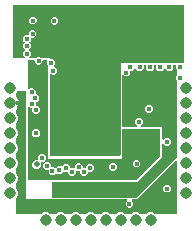
<source format=gbr>
G04 EAGLE Gerber RS-274X export*
G75*
%MOMM*%
%FSLAX34Y34*%
%LPD*%
%INCopper Layer 15*%
%IPPOS*%
%AMOC8*
5,1,8,0,0,1.08239X$1,22.5*%
G01*
%ADD10C,0.975000*%
%ADD11C,0.403200*%
%ADD12C,0.503200*%
%ADD13C,0.453200*%

G36*
X92425Y52283D02*
X92425Y52283D01*
X92516Y52290D01*
X92545Y52303D01*
X92577Y52308D01*
X92658Y52351D01*
X92742Y52386D01*
X92774Y52412D01*
X92795Y52423D01*
X92817Y52446D01*
X92873Y52491D01*
X93215Y52833D01*
X93268Y52907D01*
X93327Y52977D01*
X93340Y53007D01*
X93358Y53033D01*
X93385Y53120D01*
X93419Y53205D01*
X93424Y53246D01*
X93431Y53268D01*
X93430Y53300D01*
X93438Y53371D01*
X93438Y131373D01*
X146837Y131373D01*
X146856Y131376D01*
X146876Y131374D01*
X146977Y131396D01*
X147079Y131413D01*
X147097Y131422D01*
X147116Y131427D01*
X147205Y131480D01*
X147297Y131528D01*
X147310Y131542D01*
X147327Y131553D01*
X147395Y131631D01*
X147466Y131706D01*
X147474Y131724D01*
X147487Y131740D01*
X147526Y131836D01*
X147570Y131929D01*
X147572Y131949D01*
X147579Y131968D01*
X147598Y132134D01*
X147598Y179524D01*
X147595Y179543D01*
X147597Y179563D01*
X147575Y179664D01*
X147558Y179766D01*
X147549Y179784D01*
X147545Y179804D01*
X147491Y179893D01*
X147443Y179984D01*
X147429Y179998D01*
X147418Y180015D01*
X147340Y180082D01*
X147265Y180153D01*
X147247Y180162D01*
X147231Y180175D01*
X147135Y180213D01*
X147042Y180257D01*
X147022Y180259D01*
X147003Y180267D01*
X146837Y180285D01*
X2835Y180285D01*
X2815Y180282D01*
X2795Y180284D01*
X2694Y180262D01*
X2592Y180245D01*
X2574Y180236D01*
X2555Y180232D01*
X2466Y180178D01*
X2374Y180130D01*
X2361Y180116D01*
X2344Y180106D01*
X2276Y180027D01*
X2205Y179952D01*
X2197Y179934D01*
X2184Y179919D01*
X2145Y179822D01*
X2101Y179729D01*
X2099Y179709D01*
X2092Y179690D01*
X2073Y179524D01*
X2073Y135901D01*
X2076Y135881D01*
X2074Y135862D01*
X2096Y135760D01*
X2113Y135658D01*
X2122Y135641D01*
X2127Y135621D01*
X2180Y135532D01*
X2228Y135441D01*
X2243Y135427D01*
X2253Y135410D01*
X2331Y135343D01*
X2406Y135272D01*
X2424Y135263D01*
X2440Y135250D01*
X2536Y135211D01*
X2630Y135168D01*
X2649Y135166D01*
X2668Y135158D01*
X2835Y135140D01*
X11447Y135140D01*
X11518Y135151D01*
X11590Y135153D01*
X11639Y135171D01*
X11690Y135180D01*
X11754Y135213D01*
X11821Y135238D01*
X11862Y135270D01*
X11908Y135295D01*
X11957Y135347D01*
X12013Y135391D01*
X12041Y135435D01*
X12077Y135473D01*
X12107Y135538D01*
X12146Y135598D01*
X12159Y135649D01*
X12181Y135696D01*
X12188Y135767D01*
X12206Y135837D01*
X12202Y135889D01*
X12208Y135941D01*
X12192Y136011D01*
X12187Y136082D01*
X12166Y136130D01*
X12155Y136181D01*
X12119Y136243D01*
X12091Y136308D01*
X12046Y136364D01*
X12029Y136392D01*
X12011Y136407D01*
X11986Y136439D01*
X10787Y137638D01*
X10787Y140360D01*
X12283Y141856D01*
X12295Y141872D01*
X12310Y141885D01*
X12366Y141972D01*
X12427Y142056D01*
X12433Y142075D01*
X12443Y142092D01*
X12469Y142192D01*
X12499Y142291D01*
X12499Y142311D01*
X12503Y142330D01*
X12495Y142433D01*
X12493Y142537D01*
X12486Y142556D01*
X12484Y142575D01*
X12444Y142670D01*
X12408Y142768D01*
X12396Y142783D01*
X12388Y142802D01*
X12283Y142933D01*
X10913Y144303D01*
X10913Y147026D01*
X11979Y148092D01*
X11990Y148108D01*
X12006Y148121D01*
X12062Y148208D01*
X12122Y148292D01*
X12128Y148311D01*
X12139Y148328D01*
X12164Y148428D01*
X12195Y148527D01*
X12194Y148547D01*
X12199Y148566D01*
X12191Y148669D01*
X12188Y148773D01*
X12182Y148792D01*
X12180Y148812D01*
X12140Y148906D01*
X12104Y149004D01*
X12091Y149020D01*
X12084Y149038D01*
X11979Y149169D01*
X10977Y150170D01*
X10977Y152893D01*
X12903Y154818D01*
X14952Y154818D01*
X14972Y154822D01*
X14991Y154819D01*
X15093Y154841D01*
X15195Y154858D01*
X15212Y154867D01*
X15232Y154872D01*
X15321Y154925D01*
X15412Y154973D01*
X15426Y154988D01*
X15443Y154998D01*
X15510Y155077D01*
X15582Y155152D01*
X15590Y155170D01*
X15603Y155185D01*
X15642Y155281D01*
X15685Y155375D01*
X15687Y155394D01*
X15695Y155413D01*
X15713Y155580D01*
X15713Y157361D01*
X17639Y159287D01*
X20361Y159287D01*
X22287Y157361D01*
X22287Y154639D01*
X20361Y152713D01*
X18312Y152713D01*
X18292Y152710D01*
X18273Y152712D01*
X18171Y152690D01*
X18069Y152674D01*
X18052Y152664D01*
X18032Y152660D01*
X17943Y152607D01*
X17852Y152558D01*
X17838Y152544D01*
X17821Y152534D01*
X17754Y152455D01*
X17683Y152380D01*
X17674Y152362D01*
X17661Y152347D01*
X17622Y152251D01*
X17579Y152157D01*
X17577Y152137D01*
X17569Y152119D01*
X17551Y151952D01*
X17551Y150170D01*
X16485Y149104D01*
X16473Y149088D01*
X16457Y149075D01*
X16401Y148988D01*
X16341Y148904D01*
X16335Y148885D01*
X16324Y148869D01*
X16299Y148768D01*
X16269Y148669D01*
X16269Y148649D01*
X16264Y148630D01*
X16272Y148527D01*
X16275Y148423D01*
X16282Y148405D01*
X16283Y148385D01*
X16324Y148290D01*
X16359Y148192D01*
X16372Y148177D01*
X16380Y148158D01*
X16485Y148027D01*
X17486Y147026D01*
X17486Y144303D01*
X15990Y142808D01*
X15979Y142791D01*
X15963Y142779D01*
X15907Y142692D01*
X15847Y142608D01*
X15841Y142589D01*
X15830Y142572D01*
X15805Y142472D01*
X15774Y142373D01*
X15775Y142353D01*
X15770Y142333D01*
X15778Y142230D01*
X15781Y142127D01*
X15788Y142108D01*
X15789Y142088D01*
X15830Y141993D01*
X15865Y141896D01*
X15878Y141880D01*
X15886Y141862D01*
X15990Y141731D01*
X17361Y140360D01*
X17361Y137638D01*
X16163Y136439D01*
X16121Y136381D01*
X16072Y136329D01*
X16050Y136282D01*
X16019Y136240D01*
X15998Y136171D01*
X15968Y136106D01*
X15962Y136054D01*
X15947Y136005D01*
X15949Y135933D01*
X15941Y135862D01*
X15952Y135811D01*
X15953Y135759D01*
X15978Y135691D01*
X15993Y135621D01*
X16020Y135577D01*
X16038Y135528D01*
X16083Y135472D01*
X16119Y135410D01*
X16159Y135376D01*
X16191Y135336D01*
X16252Y135297D01*
X16306Y135250D01*
X16354Y135231D01*
X16398Y135203D01*
X16468Y135185D01*
X16534Y135158D01*
X16606Y135150D01*
X16637Y135143D01*
X16660Y135144D01*
X16701Y135140D01*
X21176Y135140D01*
X21266Y135155D01*
X21357Y135162D01*
X21387Y135174D01*
X21419Y135180D01*
X21500Y135222D01*
X21584Y135258D01*
X21616Y135284D01*
X21636Y135295D01*
X21659Y135318D01*
X21715Y135363D01*
X22639Y136287D01*
X25361Y136287D01*
X26285Y135363D01*
X26359Y135310D01*
X26429Y135250D01*
X26459Y135238D01*
X26485Y135219D01*
X26572Y135192D01*
X26657Y135158D01*
X26698Y135154D01*
X26720Y135147D01*
X26752Y135148D01*
X26824Y135140D01*
X33765Y135140D01*
X33765Y135048D01*
X33768Y135028D01*
X33766Y135009D01*
X33788Y134907D01*
X33805Y134805D01*
X33814Y134788D01*
X33818Y134768D01*
X33871Y134679D01*
X33920Y134588D01*
X33934Y134574D01*
X33944Y134557D01*
X34023Y134490D01*
X34098Y134418D01*
X34116Y134410D01*
X34131Y134397D01*
X34227Y134358D01*
X34321Y134315D01*
X34341Y134313D01*
X34359Y134305D01*
X34526Y134287D01*
X35861Y134287D01*
X37787Y132361D01*
X37787Y129639D01*
X37377Y129229D01*
X37335Y129171D01*
X37286Y129119D01*
X37264Y129071D01*
X37234Y129029D01*
X37212Y128961D01*
X37182Y128896D01*
X37176Y128844D01*
X37161Y128794D01*
X37163Y128722D01*
X37155Y128651D01*
X37166Y128600D01*
X37168Y128548D01*
X37192Y128481D01*
X37207Y128411D01*
X37234Y128366D01*
X37252Y128317D01*
X37297Y128261D01*
X37334Y128200D01*
X37373Y128166D01*
X37406Y128125D01*
X37466Y128086D01*
X37520Y128040D01*
X37569Y128020D01*
X37613Y127992D01*
X37682Y127975D01*
X37749Y127948D01*
X37820Y127940D01*
X37851Y127932D01*
X37874Y127934D01*
X37915Y127929D01*
X37936Y127929D01*
X39861Y126004D01*
X39861Y123281D01*
X37936Y121356D01*
X35213Y121356D01*
X35064Y121504D01*
X35006Y121546D01*
X34954Y121596D01*
X34907Y121618D01*
X34865Y121648D01*
X34796Y121669D01*
X34731Y121699D01*
X34679Y121705D01*
X34630Y121720D01*
X34558Y121719D01*
X34487Y121726D01*
X34436Y121715D01*
X34384Y121714D01*
X34316Y121689D01*
X34246Y121674D01*
X34202Y121647D01*
X34153Y121630D01*
X34097Y121585D01*
X34035Y121548D01*
X34001Y121508D01*
X33961Y121476D01*
X33922Y121416D01*
X33875Y121361D01*
X33856Y121313D01*
X33828Y121269D01*
X33810Y121200D01*
X33783Y121133D01*
X33775Y121062D01*
X33768Y121030D01*
X33769Y121007D01*
X33765Y120966D01*
X33765Y53030D01*
X33768Y53010D01*
X33766Y52990D01*
X33788Y52889D01*
X33805Y52787D01*
X33814Y52769D01*
X33818Y52750D01*
X33871Y52661D01*
X33920Y52569D01*
X33934Y52556D01*
X33944Y52539D01*
X34023Y52471D01*
X34098Y52400D01*
X34116Y52392D01*
X34131Y52379D01*
X34227Y52340D01*
X34321Y52296D01*
X34341Y52294D01*
X34359Y52287D01*
X34526Y52268D01*
X92335Y52268D01*
X92425Y52283D01*
G37*
G36*
X105834Y32037D02*
X105834Y32037D01*
X105924Y32044D01*
X105954Y32057D01*
X105986Y32062D01*
X106067Y32105D01*
X106151Y32140D01*
X106183Y32166D01*
X106204Y32177D01*
X106226Y32200D01*
X106282Y32245D01*
X126716Y52679D01*
X126769Y52753D01*
X126828Y52823D01*
X126841Y52853D01*
X126859Y52879D01*
X126886Y52966D01*
X126920Y53051D01*
X126925Y53092D01*
X126932Y53114D01*
X126931Y53146D01*
X126939Y53217D01*
X126939Y74936D01*
X126936Y74956D01*
X126938Y74976D01*
X126916Y75077D01*
X126899Y75179D01*
X126890Y75197D01*
X126886Y75216D01*
X126832Y75305D01*
X126784Y75397D01*
X126770Y75410D01*
X126759Y75427D01*
X126681Y75495D01*
X126606Y75566D01*
X126588Y75574D01*
X126572Y75587D01*
X126476Y75626D01*
X126383Y75670D01*
X126363Y75672D01*
X126344Y75679D01*
X126178Y75698D01*
X95583Y75698D01*
X95563Y75695D01*
X95543Y75697D01*
X95442Y75675D01*
X95340Y75658D01*
X95322Y75649D01*
X95303Y75644D01*
X95214Y75591D01*
X95123Y75543D01*
X95109Y75528D01*
X95092Y75518D01*
X95024Y75440D01*
X94953Y75365D01*
X94945Y75347D01*
X94932Y75331D01*
X94893Y75235D01*
X94850Y75141D01*
X94847Y75122D01*
X94840Y75103D01*
X94821Y74936D01*
X94821Y50275D01*
X31859Y50275D01*
X31859Y128678D01*
X31844Y128768D01*
X31837Y128859D01*
X31824Y128889D01*
X31819Y128920D01*
X31776Y129001D01*
X31741Y129085D01*
X31715Y129117D01*
X31704Y129138D01*
X31681Y129160D01*
X31659Y129187D01*
X31656Y129192D01*
X31653Y129194D01*
X31636Y129216D01*
X31213Y129639D01*
X31213Y132469D01*
X31240Y132527D01*
X31246Y132579D01*
X31261Y132628D01*
X31260Y132700D01*
X31267Y132771D01*
X31256Y132822D01*
X31255Y132874D01*
X31230Y132942D01*
X31215Y133012D01*
X31189Y133056D01*
X31171Y133105D01*
X31126Y133161D01*
X31089Y133223D01*
X31049Y133257D01*
X31017Y133297D01*
X30957Y133336D01*
X30902Y133383D01*
X30854Y133402D01*
X30810Y133430D01*
X30741Y133448D01*
X30674Y133475D01*
X30603Y133483D01*
X30571Y133490D01*
X30548Y133489D01*
X30507Y133493D01*
X28048Y133493D01*
X28028Y133490D01*
X28009Y133492D01*
X27907Y133470D01*
X27805Y133453D01*
X27788Y133444D01*
X27768Y133440D01*
X27679Y133387D01*
X27588Y133338D01*
X27574Y133324D01*
X27557Y133314D01*
X27490Y133235D01*
X27418Y133160D01*
X27410Y133142D01*
X27397Y133127D01*
X27358Y133031D01*
X27315Y132937D01*
X27313Y132917D01*
X27305Y132899D01*
X27287Y132732D01*
X27287Y131639D01*
X25361Y129713D01*
X22639Y129713D01*
X20713Y131639D01*
X20713Y132732D01*
X20710Y132752D01*
X20712Y132771D01*
X20690Y132873D01*
X20674Y132975D01*
X20664Y132992D01*
X20660Y133012D01*
X20607Y133101D01*
X20558Y133192D01*
X20544Y133206D01*
X20534Y133223D01*
X20455Y133290D01*
X20380Y133361D01*
X20362Y133370D01*
X20347Y133383D01*
X20251Y133422D01*
X20157Y133465D01*
X20137Y133467D01*
X20119Y133475D01*
X19952Y133493D01*
X15906Y133493D01*
X15886Y133490D01*
X15866Y133492D01*
X15765Y133470D01*
X15663Y133453D01*
X15646Y133444D01*
X15626Y133440D01*
X15537Y133387D01*
X15446Y133338D01*
X15432Y133324D01*
X15415Y133314D01*
X15348Y133235D01*
X15276Y133160D01*
X15268Y133142D01*
X15255Y133127D01*
X15216Y133031D01*
X15173Y132937D01*
X15171Y132917D01*
X15163Y132899D01*
X15145Y132732D01*
X15145Y109850D01*
X15156Y109779D01*
X15158Y109708D01*
X15176Y109659D01*
X15184Y109607D01*
X15218Y109544D01*
X15243Y109477D01*
X15275Y109436D01*
X15299Y109390D01*
X15351Y109340D01*
X15396Y109284D01*
X15440Y109256D01*
X15478Y109220D01*
X15543Y109190D01*
X15603Y109151D01*
X15654Y109139D01*
X15701Y109117D01*
X15772Y109109D01*
X15842Y109091D01*
X15894Y109095D01*
X15945Y109090D01*
X16015Y109105D01*
X16087Y109111D01*
X16135Y109131D01*
X16186Y109142D01*
X16247Y109179D01*
X16313Y109207D01*
X16369Y109252D01*
X16397Y109268D01*
X16412Y109286D01*
X16444Y109312D01*
X16949Y109817D01*
X19672Y109817D01*
X21598Y107892D01*
X21598Y105533D01*
X21601Y105513D01*
X21599Y105493D01*
X21621Y105392D01*
X21637Y105290D01*
X21647Y105272D01*
X21651Y105253D01*
X21704Y105164D01*
X21752Y105073D01*
X21767Y105059D01*
X21777Y105042D01*
X21856Y104974D01*
X21931Y104903D01*
X21949Y104895D01*
X21964Y104882D01*
X22060Y104843D01*
X22154Y104800D01*
X22174Y104797D01*
X22192Y104790D01*
X22359Y104771D01*
X22809Y104771D01*
X24734Y102846D01*
X24734Y100123D01*
X22809Y98198D01*
X22496Y98198D01*
X22476Y98195D01*
X22456Y98197D01*
X22355Y98175D01*
X22253Y98158D01*
X22235Y98149D01*
X22216Y98145D01*
X22127Y98091D01*
X22035Y98043D01*
X22022Y98029D01*
X22005Y98019D01*
X21937Y97940D01*
X21866Y97865D01*
X21858Y97847D01*
X21845Y97832D01*
X21806Y97735D01*
X21762Y97642D01*
X21760Y97622D01*
X21753Y97603D01*
X21734Y97437D01*
X21734Y95533D01*
X21738Y95513D01*
X21735Y95493D01*
X21757Y95392D01*
X21774Y95290D01*
X21783Y95272D01*
X21788Y95253D01*
X21841Y95164D01*
X21889Y95073D01*
X21904Y95059D01*
X21914Y95042D01*
X21993Y94974D01*
X22068Y94903D01*
X22086Y94895D01*
X22101Y94882D01*
X22197Y94843D01*
X22291Y94800D01*
X22310Y94797D01*
X22329Y94790D01*
X22496Y94771D01*
X23178Y94771D01*
X25103Y92846D01*
X25103Y90123D01*
X23178Y88198D01*
X20455Y88198D01*
X18530Y90123D01*
X18530Y92437D01*
X18526Y92456D01*
X18529Y92476D01*
X18507Y92577D01*
X18490Y92679D01*
X18481Y92697D01*
X18476Y92717D01*
X18423Y92806D01*
X18375Y92897D01*
X18360Y92911D01*
X18350Y92928D01*
X18271Y92995D01*
X18196Y93066D01*
X18178Y93075D01*
X18163Y93088D01*
X18067Y93126D01*
X17973Y93170D01*
X17954Y93172D01*
X17935Y93180D01*
X17768Y93198D01*
X17086Y93198D01*
X16444Y93840D01*
X16386Y93882D01*
X16334Y93931D01*
X16287Y93953D01*
X16244Y93984D01*
X16176Y94005D01*
X16111Y94035D01*
X16059Y94041D01*
X16009Y94056D01*
X15938Y94054D01*
X15866Y94062D01*
X15816Y94051D01*
X15763Y94050D01*
X15696Y94025D01*
X15626Y94010D01*
X15581Y93983D01*
X15532Y93965D01*
X15476Y93920D01*
X15415Y93884D01*
X15381Y93844D01*
X15340Y93811D01*
X15302Y93751D01*
X15255Y93697D01*
X15236Y93648D01*
X15207Y93604D01*
X15190Y93535D01*
X15163Y93468D01*
X15155Y93397D01*
X15147Y93366D01*
X15149Y93343D01*
X15145Y93302D01*
X15145Y32783D01*
X15148Y32764D01*
X15146Y32744D01*
X15168Y32643D01*
X15184Y32541D01*
X15194Y32523D01*
X15198Y32504D01*
X15251Y32415D01*
X15299Y32323D01*
X15314Y32310D01*
X15324Y32292D01*
X15403Y32225D01*
X15478Y32154D01*
X15496Y32146D01*
X15511Y32133D01*
X15607Y32094D01*
X15701Y32050D01*
X15721Y32048D01*
X15739Y32041D01*
X15906Y32022D01*
X105743Y32022D01*
X105834Y32037D01*
G37*
G36*
X106873Y17202D02*
X106873Y17202D01*
X106964Y17209D01*
X106994Y17221D01*
X107026Y17227D01*
X107107Y17269D01*
X107191Y17305D01*
X107223Y17331D01*
X107243Y17342D01*
X107266Y17365D01*
X107321Y17410D01*
X140940Y51028D01*
X140993Y51102D01*
X141052Y51172D01*
X141065Y51202D01*
X141083Y51228D01*
X141110Y51315D01*
X141144Y51400D01*
X141149Y51441D01*
X141156Y51463D01*
X141155Y51495D01*
X141163Y51566D01*
X141163Y116279D01*
X141148Y116369D01*
X141141Y116460D01*
X141128Y116490D01*
X141123Y116522D01*
X141080Y116603D01*
X141045Y116687D01*
X141019Y116719D01*
X141008Y116739D01*
X140985Y116761D01*
X140940Y116818D01*
X140590Y117168D01*
X140590Y119890D01*
X140940Y120240D01*
X140993Y120314D01*
X141052Y120384D01*
X141065Y120414D01*
X141083Y120440D01*
X141110Y120527D01*
X141144Y120612D01*
X141149Y120653D01*
X141156Y120675D01*
X141155Y120707D01*
X141163Y120779D01*
X141163Y125279D01*
X141156Y125320D01*
X141157Y125324D01*
X141152Y125344D01*
X141148Y125369D01*
X141141Y125460D01*
X141128Y125490D01*
X141123Y125522D01*
X141107Y125553D01*
X141104Y125564D01*
X141078Y125608D01*
X141045Y125687D01*
X141019Y125719D01*
X141008Y125739D01*
X140989Y125758D01*
X140978Y125775D01*
X140964Y125788D01*
X140940Y125818D01*
X140590Y126168D01*
X140590Y128832D01*
X140587Y128852D01*
X140589Y128872D01*
X140567Y128973D01*
X140550Y129075D01*
X140541Y129093D01*
X140537Y129112D01*
X140483Y129201D01*
X140435Y129293D01*
X140421Y129306D01*
X140410Y129323D01*
X140332Y129391D01*
X140257Y129462D01*
X140239Y129470D01*
X140223Y129483D01*
X140127Y129522D01*
X140034Y129566D01*
X140014Y129568D01*
X139995Y129575D01*
X139829Y129594D01*
X138925Y129594D01*
X138905Y129591D01*
X138885Y129593D01*
X138784Y129571D01*
X138682Y129554D01*
X138664Y129545D01*
X138645Y129540D01*
X138556Y129487D01*
X138464Y129439D01*
X138451Y129424D01*
X138434Y129414D01*
X138366Y129336D01*
X138295Y129261D01*
X138287Y129243D01*
X138274Y129227D01*
X138235Y129131D01*
X138191Y129037D01*
X138189Y129018D01*
X138182Y128999D01*
X138163Y128832D01*
X138163Y126167D01*
X136238Y124242D01*
X133515Y124242D01*
X131415Y126342D01*
X131399Y126354D01*
X131386Y126370D01*
X131299Y126426D01*
X131215Y126486D01*
X131196Y126492D01*
X131179Y126503D01*
X131079Y126528D01*
X130980Y126558D01*
X130960Y126558D01*
X130941Y126563D01*
X130838Y126555D01*
X130734Y126552D01*
X130715Y126545D01*
X130696Y126544D01*
X130601Y126503D01*
X130503Y126468D01*
X130487Y126455D01*
X130469Y126447D01*
X130338Y126342D01*
X128238Y124242D01*
X125515Y124242D01*
X123590Y126167D01*
X123590Y128832D01*
X123587Y128852D01*
X123589Y128872D01*
X123567Y128973D01*
X123550Y129075D01*
X123541Y129093D01*
X123537Y129112D01*
X123483Y129201D01*
X123435Y129293D01*
X123421Y129306D01*
X123410Y129323D01*
X123332Y129391D01*
X123257Y129462D01*
X123239Y129470D01*
X123223Y129483D01*
X123127Y129522D01*
X123034Y129566D01*
X123014Y129568D01*
X122995Y129575D01*
X122829Y129594D01*
X122456Y129594D01*
X122436Y129591D01*
X122416Y129593D01*
X122315Y129571D01*
X122213Y129554D01*
X122195Y129545D01*
X122176Y129540D01*
X122087Y129487D01*
X121995Y129439D01*
X121982Y129424D01*
X121965Y129414D01*
X121897Y129336D01*
X121826Y129261D01*
X121818Y129243D01*
X121805Y129227D01*
X121766Y129131D01*
X121722Y129037D01*
X121720Y129018D01*
X121713Y128999D01*
X121694Y128832D01*
X121694Y126101D01*
X119769Y124176D01*
X117046Y124176D01*
X115121Y126101D01*
X115121Y128832D01*
X115118Y128852D01*
X115120Y128872D01*
X115098Y128973D01*
X115081Y129075D01*
X115072Y129093D01*
X115068Y129112D01*
X115014Y129201D01*
X114966Y129293D01*
X114952Y129306D01*
X114941Y129323D01*
X114863Y129391D01*
X114788Y129462D01*
X114770Y129470D01*
X114754Y129483D01*
X114658Y129522D01*
X114565Y129566D01*
X114545Y129568D01*
X114526Y129575D01*
X114360Y129594D01*
X113696Y129594D01*
X113676Y129591D01*
X113656Y129593D01*
X113555Y129571D01*
X113453Y129554D01*
X113435Y129545D01*
X113416Y129540D01*
X113327Y129487D01*
X113236Y129439D01*
X113222Y129424D01*
X113205Y129414D01*
X113137Y129336D01*
X113066Y129261D01*
X113058Y129243D01*
X113045Y129227D01*
X113006Y129131D01*
X112963Y129037D01*
X112960Y129018D01*
X112953Y128999D01*
X112934Y128832D01*
X112934Y126101D01*
X111009Y124176D01*
X108286Y124176D01*
X106230Y126232D01*
X106214Y126243D01*
X106202Y126259D01*
X106115Y126315D01*
X106031Y126375D01*
X106012Y126381D01*
X105995Y126392D01*
X105894Y126417D01*
X105796Y126448D01*
X105776Y126447D01*
X105756Y126452D01*
X105653Y126444D01*
X105550Y126441D01*
X105531Y126434D01*
X105511Y126433D01*
X105416Y126392D01*
X105319Y126357D01*
X105303Y126344D01*
X105285Y126337D01*
X105154Y126232D01*
X103203Y124281D01*
X102390Y124281D01*
X102370Y124278D01*
X102350Y124280D01*
X102249Y124258D01*
X102147Y124241D01*
X102129Y124232D01*
X102110Y124228D01*
X102021Y124174D01*
X101929Y124126D01*
X101916Y124112D01*
X101899Y124101D01*
X101831Y124023D01*
X101760Y123948D01*
X101752Y123930D01*
X101739Y123914D01*
X101700Y123818D01*
X101656Y123725D01*
X101654Y123705D01*
X101647Y123686D01*
X101628Y123520D01*
X101628Y121706D01*
X99703Y119781D01*
X96980Y119781D01*
X96069Y120692D01*
X96011Y120733D01*
X95959Y120783D01*
X95912Y120805D01*
X95870Y120835D01*
X95801Y120856D01*
X95736Y120886D01*
X95684Y120892D01*
X95635Y120908D01*
X95563Y120906D01*
X95492Y120914D01*
X95441Y120903D01*
X95389Y120901D01*
X95321Y120877D01*
X95251Y120861D01*
X95207Y120835D01*
X95158Y120817D01*
X95102Y120772D01*
X95040Y120735D01*
X95006Y120696D01*
X94966Y120663D01*
X94927Y120603D01*
X94880Y120548D01*
X94861Y120500D01*
X94833Y120456D01*
X94815Y120387D01*
X94788Y120320D01*
X94780Y120249D01*
X94773Y120218D01*
X94774Y120194D01*
X94770Y120153D01*
X94770Y77857D01*
X94773Y77838D01*
X94771Y77818D01*
X94793Y77717D01*
X94810Y77615D01*
X94819Y77597D01*
X94823Y77578D01*
X94876Y77489D01*
X94925Y77397D01*
X94939Y77384D01*
X94949Y77367D01*
X95028Y77299D01*
X95103Y77228D01*
X95121Y77220D01*
X95136Y77207D01*
X95232Y77168D01*
X95326Y77124D01*
X95346Y77122D01*
X95364Y77115D01*
X95531Y77096D01*
X106850Y77096D01*
X106921Y77108D01*
X106993Y77110D01*
X107042Y77128D01*
X107093Y77136D01*
X107156Y77170D01*
X107224Y77194D01*
X107264Y77227D01*
X107310Y77251D01*
X107360Y77303D01*
X107416Y77348D01*
X107444Y77392D01*
X107480Y77429D01*
X107510Y77494D01*
X107549Y77555D01*
X107561Y77605D01*
X107583Y77652D01*
X107591Y77724D01*
X107609Y77793D01*
X107605Y77845D01*
X107610Y77897D01*
X107595Y77967D01*
X107590Y78038D01*
X107569Y78086D01*
X107558Y78137D01*
X107521Y78199D01*
X107493Y78265D01*
X107448Y78321D01*
X107432Y78348D01*
X107414Y78364D01*
X107388Y78396D01*
X105661Y80123D01*
X105661Y82846D01*
X107586Y84771D01*
X110309Y84771D01*
X112234Y82846D01*
X112234Y80123D01*
X110507Y78396D01*
X110465Y78338D01*
X110416Y78286D01*
X110394Y78238D01*
X110363Y78196D01*
X110342Y78128D01*
X110312Y78062D01*
X110306Y78011D01*
X110291Y77961D01*
X110293Y77889D01*
X110285Y77818D01*
X110296Y77767D01*
X110297Y77715D01*
X110322Y77648D01*
X110337Y77578D01*
X110364Y77533D01*
X110382Y77484D01*
X110427Y77428D01*
X110463Y77367D01*
X110503Y77333D01*
X110535Y77292D01*
X110596Y77253D01*
X110650Y77207D01*
X110699Y77187D01*
X110742Y77159D01*
X110812Y77142D01*
X110878Y77115D01*
X110950Y77107D01*
X110981Y77099D01*
X111004Y77101D01*
X111045Y77096D01*
X128861Y77096D01*
X128861Y67124D01*
X128873Y67053D01*
X128875Y66982D01*
X128893Y66933D01*
X128901Y66881D01*
X128935Y66818D01*
X128959Y66751D01*
X128992Y66710D01*
X129016Y66664D01*
X129068Y66615D01*
X129113Y66559D01*
X129157Y66531D01*
X129194Y66495D01*
X129259Y66464D01*
X129320Y66426D01*
X129370Y66413D01*
X129418Y66391D01*
X129489Y66383D01*
X129558Y66366D01*
X129610Y66370D01*
X129662Y66364D01*
X129732Y66379D01*
X129804Y66385D01*
X129851Y66405D01*
X129902Y66416D01*
X129964Y66453D01*
X130030Y66481D01*
X130086Y66526D01*
X130113Y66542D01*
X130129Y66560D01*
X130161Y66586D01*
X131421Y67846D01*
X134144Y67846D01*
X136069Y65921D01*
X136069Y63198D01*
X134144Y61272D01*
X131421Y61272D01*
X130161Y62533D01*
X130103Y62574D01*
X130051Y62624D01*
X130003Y62646D01*
X129961Y62676D01*
X129893Y62697D01*
X129828Y62727D01*
X129776Y62733D01*
X129726Y62748D01*
X129654Y62747D01*
X129583Y62754D01*
X129532Y62743D01*
X129480Y62742D01*
X129413Y62717D01*
X129343Y62702D01*
X129298Y62676D01*
X129249Y62658D01*
X129193Y62613D01*
X129132Y62576D01*
X129098Y62536D01*
X129057Y62504D01*
X129018Y62444D01*
X128972Y62389D01*
X128952Y62341D01*
X128924Y62297D01*
X128907Y62228D01*
X128880Y62161D01*
X128872Y62090D01*
X128864Y62058D01*
X128866Y62035D01*
X128861Y61994D01*
X128861Y51898D01*
X107497Y30534D01*
X36058Y30534D01*
X36038Y30531D01*
X36018Y30533D01*
X35917Y30511D01*
X35815Y30494D01*
X35797Y30485D01*
X35778Y30480D01*
X35689Y30427D01*
X35597Y30379D01*
X35584Y30364D01*
X35567Y30354D01*
X35499Y30276D01*
X35428Y30201D01*
X35420Y30183D01*
X35407Y30167D01*
X35368Y30071D01*
X35324Y29977D01*
X35322Y29958D01*
X35315Y29939D01*
X35296Y29772D01*
X35296Y17948D01*
X35300Y17928D01*
X35297Y17909D01*
X35319Y17807D01*
X35336Y17705D01*
X35345Y17688D01*
X35350Y17668D01*
X35403Y17579D01*
X35451Y17488D01*
X35466Y17474D01*
X35476Y17457D01*
X35554Y17390D01*
X35629Y17319D01*
X35648Y17310D01*
X35663Y17297D01*
X35759Y17259D01*
X35853Y17215D01*
X35872Y17213D01*
X35891Y17205D01*
X36058Y17187D01*
X106783Y17187D01*
X106873Y17202D01*
G37*
G36*
X26125Y3515D02*
X26125Y3515D01*
X26216Y3522D01*
X26246Y3535D01*
X26278Y3540D01*
X26358Y3583D01*
X26442Y3618D01*
X26474Y3644D01*
X26495Y3655D01*
X26517Y3678D01*
X26536Y3694D01*
X28808Y4635D01*
X31253Y4635D01*
X33534Y3690D01*
X33561Y3670D01*
X33631Y3611D01*
X33661Y3598D01*
X33687Y3580D01*
X33774Y3553D01*
X33859Y3519D01*
X33900Y3514D01*
X33922Y3507D01*
X33954Y3508D01*
X34025Y3500D01*
X38735Y3500D01*
X38825Y3515D01*
X38916Y3522D01*
X38946Y3535D01*
X38978Y3540D01*
X39058Y3583D01*
X39142Y3618D01*
X39174Y3644D01*
X39195Y3655D01*
X39217Y3678D01*
X39236Y3694D01*
X41508Y4635D01*
X43953Y4635D01*
X46234Y3690D01*
X46261Y3670D01*
X46331Y3611D01*
X46361Y3598D01*
X46387Y3580D01*
X46474Y3553D01*
X46559Y3519D01*
X46600Y3514D01*
X46622Y3507D01*
X46654Y3508D01*
X46725Y3500D01*
X51435Y3500D01*
X51525Y3515D01*
X51616Y3522D01*
X51646Y3535D01*
X51678Y3540D01*
X51758Y3583D01*
X51842Y3618D01*
X51874Y3644D01*
X51895Y3655D01*
X51917Y3678D01*
X51936Y3694D01*
X54208Y4635D01*
X56653Y4635D01*
X58934Y3690D01*
X58961Y3670D01*
X59031Y3611D01*
X59061Y3598D01*
X59087Y3580D01*
X59174Y3553D01*
X59259Y3519D01*
X59300Y3514D01*
X59322Y3507D01*
X59354Y3508D01*
X59425Y3500D01*
X64135Y3500D01*
X64225Y3515D01*
X64316Y3522D01*
X64346Y3535D01*
X64378Y3540D01*
X64458Y3583D01*
X64542Y3618D01*
X64574Y3644D01*
X64595Y3655D01*
X64617Y3678D01*
X64636Y3694D01*
X66908Y4635D01*
X69353Y4635D01*
X71634Y3690D01*
X71661Y3670D01*
X71731Y3611D01*
X71761Y3598D01*
X71787Y3580D01*
X71874Y3553D01*
X71959Y3519D01*
X72000Y3514D01*
X72022Y3507D01*
X72054Y3508D01*
X72125Y3500D01*
X76835Y3500D01*
X76925Y3515D01*
X77016Y3522D01*
X77046Y3535D01*
X77078Y3540D01*
X77158Y3583D01*
X77242Y3618D01*
X77274Y3644D01*
X77295Y3655D01*
X77317Y3678D01*
X77336Y3694D01*
X79608Y4635D01*
X82053Y4635D01*
X84334Y3690D01*
X84361Y3670D01*
X84431Y3611D01*
X84461Y3598D01*
X84487Y3580D01*
X84574Y3553D01*
X84659Y3519D01*
X84700Y3514D01*
X84722Y3507D01*
X84754Y3508D01*
X84825Y3500D01*
X89535Y3500D01*
X89625Y3515D01*
X89716Y3522D01*
X89746Y3535D01*
X89778Y3540D01*
X89858Y3583D01*
X89942Y3618D01*
X89974Y3644D01*
X89995Y3655D01*
X90017Y3678D01*
X90036Y3694D01*
X92308Y4635D01*
X94753Y4635D01*
X97034Y3690D01*
X97061Y3670D01*
X97131Y3611D01*
X97161Y3598D01*
X97187Y3580D01*
X97274Y3553D01*
X97359Y3519D01*
X97400Y3514D01*
X97422Y3507D01*
X97454Y3508D01*
X97525Y3500D01*
X102235Y3500D01*
X102325Y3515D01*
X102416Y3522D01*
X102446Y3535D01*
X102478Y3540D01*
X102558Y3583D01*
X102642Y3618D01*
X102674Y3644D01*
X102695Y3655D01*
X102717Y3678D01*
X102736Y3694D01*
X105008Y4635D01*
X107453Y4635D01*
X109734Y3690D01*
X109761Y3670D01*
X109831Y3611D01*
X109861Y3598D01*
X109887Y3580D01*
X109974Y3553D01*
X110059Y3519D01*
X110100Y3514D01*
X110122Y3507D01*
X110154Y3508D01*
X110225Y3500D01*
X114935Y3500D01*
X115025Y3515D01*
X115116Y3522D01*
X115146Y3535D01*
X115178Y3540D01*
X115258Y3583D01*
X115342Y3618D01*
X115374Y3644D01*
X115395Y3655D01*
X115417Y3678D01*
X115436Y3694D01*
X117708Y4635D01*
X120153Y4635D01*
X122434Y3690D01*
X122461Y3670D01*
X122531Y3611D01*
X122561Y3598D01*
X122587Y3580D01*
X122674Y3553D01*
X122759Y3519D01*
X122800Y3514D01*
X122822Y3507D01*
X122854Y3508D01*
X122925Y3500D01*
X140529Y3500D01*
X140548Y3503D01*
X140568Y3501D01*
X140669Y3523D01*
X140771Y3540D01*
X140789Y3549D01*
X140808Y3554D01*
X140897Y3607D01*
X140989Y3655D01*
X141002Y3669D01*
X141019Y3680D01*
X141087Y3758D01*
X141158Y3833D01*
X141166Y3851D01*
X141179Y3867D01*
X141218Y3963D01*
X141262Y4056D01*
X141264Y4076D01*
X141271Y4095D01*
X141290Y4261D01*
X141290Y47629D01*
X141278Y47700D01*
X141276Y47772D01*
X141258Y47821D01*
X141250Y47872D01*
X141217Y47935D01*
X141192Y48003D01*
X141159Y48044D01*
X141135Y48090D01*
X141083Y48139D01*
X141038Y48195D01*
X140994Y48223D01*
X140957Y48259D01*
X140892Y48289D01*
X140831Y48328D01*
X140781Y48341D01*
X140734Y48363D01*
X140662Y48371D01*
X140593Y48388D01*
X140541Y48384D01*
X140489Y48390D01*
X140419Y48374D01*
X140348Y48369D01*
X140300Y48349D01*
X140249Y48337D01*
X140187Y48301D01*
X140121Y48273D01*
X140065Y48228D01*
X140038Y48211D01*
X140022Y48193D01*
X139990Y48168D01*
X107728Y15905D01*
X103581Y15905D01*
X103510Y15894D01*
X103438Y15892D01*
X103389Y15874D01*
X103338Y15865D01*
X103275Y15832D01*
X103207Y15807D01*
X103167Y15775D01*
X103121Y15750D01*
X103071Y15698D01*
X103015Y15654D01*
X102987Y15610D01*
X102951Y15572D01*
X102921Y15507D01*
X102882Y15447D01*
X102870Y15396D01*
X102848Y15349D01*
X102840Y15278D01*
X102822Y15208D01*
X102826Y15156D01*
X102821Y15104D01*
X102836Y15034D01*
X102841Y14963D01*
X102862Y14915D01*
X102873Y14864D01*
X102910Y14802D01*
X102938Y14737D01*
X102982Y14681D01*
X102999Y14653D01*
X103017Y14638D01*
X103042Y14606D01*
X104287Y13361D01*
X104287Y10639D01*
X102361Y8713D01*
X99639Y8713D01*
X97713Y10639D01*
X97713Y13361D01*
X98958Y14606D01*
X98999Y14664D01*
X99049Y14716D01*
X99071Y14763D01*
X99101Y14805D01*
X99122Y14874D01*
X99152Y14939D01*
X99158Y14991D01*
X99173Y15040D01*
X99172Y15112D01*
X99179Y15183D01*
X99168Y15234D01*
X99167Y15286D01*
X99142Y15354D01*
X99127Y15424D01*
X99101Y15468D01*
X99083Y15517D01*
X99038Y15573D01*
X99001Y15635D01*
X98961Y15669D01*
X98929Y15709D01*
X98869Y15748D01*
X98814Y15795D01*
X98766Y15814D01*
X98722Y15842D01*
X98653Y15860D01*
X98586Y15887D01*
X98515Y15895D01*
X98483Y15902D01*
X98460Y15901D01*
X98419Y15905D01*
X13739Y15905D01*
X13739Y106353D01*
X13735Y106373D01*
X13738Y106393D01*
X13716Y106494D01*
X13699Y106596D01*
X13690Y106614D01*
X13685Y106633D01*
X13632Y106722D01*
X13584Y106813D01*
X13569Y106827D01*
X13559Y106844D01*
X13480Y106912D01*
X13405Y106983D01*
X13387Y106991D01*
X13372Y107004D01*
X13276Y107043D01*
X13182Y107086D01*
X13163Y107089D01*
X13144Y107096D01*
X12977Y107115D01*
X6246Y107115D01*
X6132Y107096D01*
X6015Y107079D01*
X6010Y107076D01*
X6003Y107075D01*
X5901Y107021D01*
X5796Y106967D01*
X5792Y106963D01*
X5786Y106960D01*
X5706Y106875D01*
X5624Y106792D01*
X5620Y106785D01*
X5617Y106781D01*
X5609Y106764D01*
X5543Y106645D01*
X5457Y106437D01*
X4905Y105885D01*
X4852Y105811D01*
X4793Y105742D01*
X4781Y105712D01*
X4762Y105685D01*
X4735Y105598D01*
X4701Y105514D01*
X4696Y105473D01*
X4689Y105450D01*
X4690Y105418D01*
X4682Y105347D01*
X4682Y103580D01*
X4689Y103538D01*
X4687Y103495D01*
X4709Y103417D01*
X4722Y103337D01*
X4742Y103299D01*
X4754Y103258D01*
X4799Y103191D01*
X4837Y103120D01*
X4868Y103090D01*
X4892Y103055D01*
X4923Y103029D01*
X6007Y101945D01*
X6818Y100731D01*
X7377Y99381D01*
X7505Y98741D01*
X5444Y98741D01*
X5424Y98738D01*
X5404Y98740D01*
X5303Y98718D01*
X5201Y98701D01*
X5183Y98692D01*
X5164Y98688D01*
X5075Y98635D01*
X4983Y98586D01*
X4970Y98572D01*
X4953Y98562D01*
X4885Y98483D01*
X4814Y98408D01*
X4806Y98390D01*
X4793Y98375D01*
X4754Y98279D01*
X4710Y98185D01*
X4708Y98165D01*
X4701Y98147D01*
X4682Y97980D01*
X4682Y96456D01*
X4685Y96436D01*
X4683Y96416D01*
X4705Y96315D01*
X4722Y96213D01*
X4731Y96196D01*
X4736Y96176D01*
X4789Y96087D01*
X4837Y95996D01*
X4852Y95982D01*
X4862Y95965D01*
X4940Y95898D01*
X5015Y95826D01*
X5033Y95818D01*
X5049Y95805D01*
X5145Y95766D01*
X5239Y95723D01*
X5258Y95721D01*
X5277Y95713D01*
X5444Y95695D01*
X7505Y95695D01*
X7377Y95055D01*
X6818Y93705D01*
X6007Y92491D01*
X4956Y91440D01*
X4953Y91438D01*
X4945Y91428D01*
X4921Y91405D01*
X4903Y91380D01*
X4900Y91376D01*
X4841Y91321D01*
X4821Y91283D01*
X4793Y91251D01*
X4762Y91176D01*
X4724Y91105D01*
X4717Y91063D01*
X4701Y91023D01*
X4684Y90873D01*
X4682Y90862D01*
X4683Y90860D01*
X4682Y90856D01*
X4682Y89089D01*
X4697Y88999D01*
X4704Y88908D01*
X4717Y88878D01*
X4722Y88846D01*
X4765Y88766D01*
X4800Y88682D01*
X4826Y88650D01*
X4837Y88629D01*
X4860Y88607D01*
X4905Y88551D01*
X5457Y87999D01*
X6392Y85740D01*
X6392Y83295D01*
X5457Y81037D01*
X4905Y80485D01*
X4852Y80411D01*
X4793Y80342D01*
X4781Y80312D01*
X4762Y80285D01*
X4735Y80198D01*
X4701Y80114D01*
X4696Y80073D01*
X4689Y80050D01*
X4690Y80018D01*
X4682Y79947D01*
X4682Y76389D01*
X4697Y76299D01*
X4704Y76208D01*
X4717Y76178D01*
X4722Y76146D01*
X4765Y76066D01*
X4800Y75982D01*
X4826Y75950D01*
X4837Y75929D01*
X4860Y75907D01*
X4905Y75851D01*
X5457Y75299D01*
X6392Y73040D01*
X6392Y70595D01*
X5457Y68337D01*
X4905Y67785D01*
X4852Y67711D01*
X4793Y67642D01*
X4781Y67612D01*
X4762Y67585D01*
X4735Y67498D01*
X4701Y67414D01*
X4696Y67373D01*
X4689Y67350D01*
X4690Y67318D01*
X4682Y67247D01*
X4682Y63689D01*
X4697Y63599D01*
X4704Y63508D01*
X4717Y63478D01*
X4722Y63446D01*
X4765Y63366D01*
X4800Y63282D01*
X4826Y63250D01*
X4837Y63229D01*
X4860Y63207D01*
X4905Y63151D01*
X5457Y62599D01*
X6392Y60340D01*
X6392Y57895D01*
X5457Y55637D01*
X4905Y55085D01*
X4852Y55011D01*
X4793Y54942D01*
X4781Y54912D01*
X4762Y54885D01*
X4735Y54798D01*
X4701Y54714D01*
X4696Y54673D01*
X4689Y54650D01*
X4690Y54618D01*
X4682Y54547D01*
X4682Y50989D01*
X4697Y50899D01*
X4704Y50808D01*
X4717Y50778D01*
X4722Y50746D01*
X4765Y50666D01*
X4800Y50582D01*
X4826Y50550D01*
X4837Y50529D01*
X4860Y50507D01*
X4905Y50451D01*
X5457Y49899D01*
X6392Y47640D01*
X6392Y45195D01*
X5457Y42937D01*
X4905Y42385D01*
X4852Y42311D01*
X4793Y42242D01*
X4781Y42212D01*
X4762Y42185D01*
X4735Y42098D01*
X4701Y42014D01*
X4696Y41973D01*
X4689Y41950D01*
X4690Y41918D01*
X4682Y41847D01*
X4682Y38289D01*
X4697Y38199D01*
X4704Y38108D01*
X4717Y38078D01*
X4722Y38046D01*
X4765Y37966D01*
X4800Y37882D01*
X4826Y37850D01*
X4837Y37829D01*
X4860Y37807D01*
X4905Y37751D01*
X5457Y37199D01*
X6392Y34940D01*
X6392Y32495D01*
X5457Y30237D01*
X4905Y29685D01*
X4852Y29611D01*
X4793Y29542D01*
X4781Y29512D01*
X4762Y29485D01*
X4735Y29398D01*
X4701Y29314D01*
X4696Y29273D01*
X4689Y29250D01*
X4690Y29218D01*
X4682Y29147D01*
X4682Y25589D01*
X4697Y25499D01*
X4704Y25408D01*
X4717Y25378D01*
X4722Y25346D01*
X4748Y25297D01*
X4750Y25294D01*
X4765Y25266D01*
X4800Y25182D01*
X4826Y25150D01*
X4837Y25129D01*
X4860Y25107D01*
X4865Y25101D01*
X4874Y25086D01*
X4884Y25077D01*
X4905Y25051D01*
X5457Y24499D01*
X6392Y22240D01*
X6392Y19795D01*
X5457Y17537D01*
X4905Y16985D01*
X4852Y16911D01*
X4839Y16895D01*
X4814Y16870D01*
X4811Y16863D01*
X4793Y16842D01*
X4781Y16812D01*
X4762Y16785D01*
X4736Y16701D01*
X4710Y16646D01*
X4709Y16634D01*
X4701Y16614D01*
X4696Y16573D01*
X4689Y16550D01*
X4690Y16518D01*
X4682Y16447D01*
X4682Y4261D01*
X4686Y4242D01*
X4683Y4222D01*
X4705Y4121D01*
X4722Y4019D01*
X4731Y4001D01*
X4736Y3982D01*
X4789Y3893D01*
X4837Y3801D01*
X4852Y3788D01*
X4862Y3771D01*
X4940Y3703D01*
X5015Y3632D01*
X5034Y3624D01*
X5049Y3611D01*
X5145Y3572D01*
X5239Y3528D01*
X5258Y3526D01*
X5277Y3519D01*
X5444Y3500D01*
X26035Y3500D01*
X26125Y3515D01*
G37*
%LPC*%
G36*
X61280Y35807D02*
X61280Y35807D01*
X59355Y37733D01*
X59355Y38952D01*
X59351Y38972D01*
X59354Y38991D01*
X59332Y39093D01*
X59315Y39195D01*
X59306Y39212D01*
X59301Y39232D01*
X59248Y39321D01*
X59200Y39412D01*
X59185Y39426D01*
X59175Y39443D01*
X59097Y39510D01*
X59022Y39582D01*
X59003Y39590D01*
X58988Y39603D01*
X58892Y39642D01*
X58798Y39685D01*
X58779Y39687D01*
X58760Y39695D01*
X58593Y39713D01*
X56653Y39713D01*
X56633Y39710D01*
X56613Y39712D01*
X56512Y39690D01*
X56410Y39674D01*
X56392Y39664D01*
X56373Y39660D01*
X56284Y39607D01*
X56193Y39558D01*
X56179Y39544D01*
X56162Y39534D01*
X56094Y39455D01*
X56023Y39380D01*
X56015Y39362D01*
X56002Y39347D01*
X55963Y39251D01*
X55920Y39157D01*
X55917Y39137D01*
X55910Y39119D01*
X55891Y38952D01*
X55891Y37827D01*
X53966Y35902D01*
X51243Y35902D01*
X49318Y37827D01*
X49318Y38141D01*
X49317Y38149D01*
X49317Y38152D01*
X49315Y38161D01*
X49317Y38180D01*
X49295Y38282D01*
X49278Y38384D01*
X49269Y38401D01*
X49265Y38421D01*
X49211Y38510D01*
X49163Y38601D01*
X49149Y38615D01*
X49138Y38632D01*
X49060Y38699D01*
X48985Y38770D01*
X48967Y38779D01*
X48952Y38792D01*
X48855Y38831D01*
X48762Y38874D01*
X48742Y38876D01*
X48723Y38884D01*
X48557Y38902D01*
X46071Y38902D01*
X45945Y39028D01*
X45929Y39039D01*
X45917Y39055D01*
X45829Y39111D01*
X45746Y39171D01*
X45727Y39177D01*
X45710Y39188D01*
X45609Y39213D01*
X45510Y39244D01*
X45491Y39243D01*
X45471Y39248D01*
X45368Y39240D01*
X45265Y39237D01*
X45246Y39230D01*
X45226Y39229D01*
X45131Y39189D01*
X45034Y39153D01*
X45018Y39140D01*
X45000Y39133D01*
X44869Y39028D01*
X43114Y37273D01*
X40391Y37273D01*
X39776Y37888D01*
X39760Y37899D01*
X39747Y37915D01*
X39660Y37971D01*
X39576Y38031D01*
X39557Y38037D01*
X39540Y38048D01*
X39440Y38073D01*
X39341Y38104D01*
X39321Y38103D01*
X39302Y38108D01*
X39199Y38100D01*
X39095Y38097D01*
X39076Y38090D01*
X39057Y38089D01*
X38962Y38049D01*
X38864Y38013D01*
X38849Y38000D01*
X38830Y37993D01*
X38699Y37888D01*
X37163Y36351D01*
X34440Y36351D01*
X32515Y38277D01*
X32515Y40034D01*
X32512Y40054D01*
X32514Y40073D01*
X32492Y40175D01*
X32475Y40277D01*
X32466Y40294D01*
X32462Y40314D01*
X32408Y40403D01*
X32360Y40494D01*
X32346Y40508D01*
X32335Y40525D01*
X32257Y40592D01*
X32182Y40663D01*
X32164Y40672D01*
X32149Y40685D01*
X32052Y40724D01*
X31959Y40767D01*
X31939Y40769D01*
X31920Y40777D01*
X31754Y40795D01*
X29953Y40795D01*
X28028Y42721D01*
X28028Y45443D01*
X28998Y46414D01*
X29040Y46472D01*
X29090Y46524D01*
X29112Y46571D01*
X29142Y46613D01*
X29163Y46682D01*
X29193Y46747D01*
X29199Y46799D01*
X29214Y46849D01*
X29213Y46920D01*
X29220Y46991D01*
X29209Y47042D01*
X29208Y47094D01*
X29183Y47162D01*
X29168Y47232D01*
X29141Y47277D01*
X29124Y47325D01*
X29079Y47381D01*
X29042Y47443D01*
X29002Y47477D01*
X28970Y47517D01*
X28910Y47556D01*
X28855Y47603D01*
X28807Y47622D01*
X28763Y47650D01*
X28693Y47668D01*
X28627Y47695D01*
X28556Y47703D01*
X28524Y47711D01*
X28501Y47709D01*
X28460Y47713D01*
X27226Y47713D01*
X27206Y47710D01*
X27186Y47712D01*
X27085Y47690D01*
X26983Y47674D01*
X26965Y47664D01*
X26946Y47660D01*
X26857Y47607D01*
X26766Y47558D01*
X26752Y47544D01*
X26735Y47534D01*
X26668Y47455D01*
X26596Y47380D01*
X26588Y47362D01*
X26575Y47347D01*
X26536Y47251D01*
X26493Y47157D01*
X26490Y47137D01*
X26483Y47119D01*
X26465Y46952D01*
X26465Y43758D01*
X24246Y41540D01*
X21109Y41540D01*
X18891Y43758D01*
X18891Y46895D01*
X21109Y49113D01*
X22952Y49113D01*
X22972Y49116D01*
X22991Y49114D01*
X23093Y49136D01*
X23195Y49153D01*
X23212Y49162D01*
X23232Y49166D01*
X23321Y49219D01*
X23412Y49268D01*
X23426Y49282D01*
X23443Y49292D01*
X23510Y49371D01*
X23582Y49446D01*
X23590Y49464D01*
X23603Y49479D01*
X23642Y49576D01*
X23685Y49669D01*
X23687Y49689D01*
X23695Y49708D01*
X23713Y49874D01*
X23713Y52361D01*
X25639Y54287D01*
X28361Y54287D01*
X30287Y52361D01*
X30287Y49639D01*
X29316Y48668D01*
X29275Y48610D01*
X29225Y48558D01*
X29203Y48511D01*
X29173Y48469D01*
X29152Y48400D01*
X29122Y48335D01*
X29116Y48283D01*
X29100Y48233D01*
X29102Y48162D01*
X29094Y48090D01*
X29105Y48040D01*
X29107Y47988D01*
X29131Y47920D01*
X29147Y47850D01*
X29173Y47805D01*
X29191Y47757D01*
X29236Y47700D01*
X29273Y47639D01*
X29312Y47605D01*
X29345Y47564D01*
X29405Y47526D01*
X29460Y47479D01*
X29508Y47460D01*
X29552Y47431D01*
X29621Y47414D01*
X29688Y47387D01*
X29759Y47379D01*
X29790Y47371D01*
X29814Y47373D01*
X29855Y47369D01*
X32676Y47369D01*
X34602Y45443D01*
X34602Y43686D01*
X34605Y43666D01*
X34603Y43647D01*
X34625Y43545D01*
X34641Y43443D01*
X34651Y43426D01*
X34655Y43406D01*
X34708Y43317D01*
X34756Y43226D01*
X34771Y43212D01*
X34781Y43195D01*
X34860Y43128D01*
X34935Y43057D01*
X34953Y43048D01*
X34968Y43035D01*
X35064Y42997D01*
X35158Y42953D01*
X35178Y42951D01*
X35196Y42943D01*
X35363Y42925D01*
X37163Y42925D01*
X37778Y42310D01*
X37794Y42298D01*
X37807Y42283D01*
X37894Y42227D01*
X37978Y42166D01*
X37997Y42161D01*
X38014Y42150D01*
X38114Y42124D01*
X38213Y42094D01*
X38233Y42095D01*
X38252Y42090D01*
X38355Y42098D01*
X38459Y42100D01*
X38477Y42107D01*
X38497Y42109D01*
X38592Y42149D01*
X38690Y42185D01*
X38705Y42197D01*
X38724Y42205D01*
X38855Y42310D01*
X40391Y43846D01*
X43114Y43846D01*
X43239Y43721D01*
X43255Y43709D01*
X43268Y43693D01*
X43355Y43637D01*
X43439Y43577D01*
X43458Y43571D01*
X43475Y43560D01*
X43575Y43535D01*
X43674Y43505D01*
X43694Y43505D01*
X43713Y43500D01*
X43816Y43508D01*
X43920Y43511D01*
X43939Y43518D01*
X43959Y43520D01*
X44054Y43560D01*
X44151Y43596D01*
X44167Y43608D01*
X44185Y43616D01*
X44316Y43721D01*
X46071Y45476D01*
X48794Y45476D01*
X50719Y43550D01*
X50719Y43237D01*
X50722Y43217D01*
X50720Y43197D01*
X50742Y43096D01*
X50759Y42994D01*
X50768Y42977D01*
X50772Y42957D01*
X50826Y42868D01*
X50874Y42777D01*
X50888Y42763D01*
X50898Y42746D01*
X50977Y42679D01*
X51052Y42607D01*
X51070Y42599D01*
X51085Y42586D01*
X51182Y42547D01*
X51275Y42504D01*
X51295Y42502D01*
X51314Y42494D01*
X51480Y42476D01*
X53952Y42476D01*
X53972Y42479D01*
X53991Y42477D01*
X54093Y42499D01*
X54195Y42515D01*
X54212Y42525D01*
X54232Y42529D01*
X54321Y42582D01*
X54412Y42630D01*
X54426Y42645D01*
X54443Y42655D01*
X54510Y42734D01*
X54582Y42809D01*
X54590Y42827D01*
X54603Y42842D01*
X54642Y42938D01*
X54685Y43032D01*
X54687Y43052D01*
X54695Y43070D01*
X54713Y43237D01*
X54713Y44361D01*
X56639Y46287D01*
X59361Y46287D01*
X61287Y44361D01*
X61287Y43142D01*
X61290Y43122D01*
X61288Y43102D01*
X61310Y43001D01*
X61326Y42899D01*
X61336Y42882D01*
X61340Y42862D01*
X61393Y42773D01*
X61442Y42682D01*
X61456Y42668D01*
X61466Y42651D01*
X61545Y42584D01*
X61620Y42512D01*
X61638Y42504D01*
X61653Y42491D01*
X61749Y42452D01*
X61843Y42409D01*
X61863Y42407D01*
X61881Y42399D01*
X62048Y42381D01*
X63851Y42381D01*
X63870Y42384D01*
X63890Y42382D01*
X63991Y42404D01*
X64093Y42420D01*
X64111Y42430D01*
X64130Y42434D01*
X64220Y42487D01*
X64311Y42536D01*
X64324Y42550D01*
X64342Y42560D01*
X64409Y42639D01*
X64480Y42714D01*
X64489Y42732D01*
X64502Y42747D01*
X64540Y42843D01*
X64584Y42937D01*
X64586Y42957D01*
X64593Y42975D01*
X64612Y43142D01*
X64612Y43894D01*
X66537Y45819D01*
X69260Y45819D01*
X71185Y43894D01*
X71185Y41171D01*
X69260Y39246D01*
X66689Y39246D01*
X66670Y39243D01*
X66650Y39245D01*
X66549Y39223D01*
X66447Y39206D01*
X66429Y39197D01*
X66410Y39193D01*
X66321Y39139D01*
X66229Y39091D01*
X66216Y39077D01*
X66198Y39066D01*
X66131Y38988D01*
X66060Y38913D01*
X66052Y38895D01*
X66039Y38880D01*
X66000Y38783D01*
X65956Y38690D01*
X65954Y38670D01*
X65947Y38651D01*
X65928Y38485D01*
X65928Y37733D01*
X64003Y35807D01*
X61280Y35807D01*
G37*
%LPD*%
%LPC*%
G36*
X17724Y163782D02*
X17724Y163782D01*
X15798Y165707D01*
X15798Y168430D01*
X17724Y170356D01*
X20446Y170356D01*
X22372Y168430D01*
X22372Y165707D01*
X20446Y163782D01*
X17724Y163782D01*
G37*
%LPD*%
%LPC*%
G36*
X36139Y163713D02*
X36139Y163713D01*
X34213Y165639D01*
X34213Y168361D01*
X36139Y170287D01*
X38861Y170287D01*
X40787Y168361D01*
X40787Y165639D01*
X38861Y163713D01*
X36139Y163713D01*
G37*
%LPD*%
%LPC*%
G36*
X115988Y89163D02*
X115988Y89163D01*
X114063Y91088D01*
X114063Y93811D01*
X115988Y95737D01*
X118711Y95737D01*
X120637Y93811D01*
X120637Y91088D01*
X118711Y89163D01*
X115988Y89163D01*
G37*
%LPD*%
%LPC*%
G36*
X20478Y68700D02*
X20478Y68700D01*
X18552Y70626D01*
X18552Y73348D01*
X20478Y75274D01*
X23201Y75274D01*
X25126Y73348D01*
X25126Y70626D01*
X23201Y68700D01*
X20478Y68700D01*
G37*
%LPD*%
%LPC*%
G36*
X105639Y42713D02*
X105639Y42713D01*
X103713Y44639D01*
X103713Y47361D01*
X105639Y49287D01*
X108361Y49287D01*
X110287Y47361D01*
X110287Y44639D01*
X108361Y42713D01*
X105639Y42713D01*
G37*
%LPD*%
%LPC*%
G36*
X86008Y40000D02*
X86008Y40000D01*
X84083Y41925D01*
X84083Y44648D01*
X86008Y46573D01*
X88731Y46573D01*
X90657Y44648D01*
X90657Y41925D01*
X88731Y40000D01*
X86008Y40000D01*
G37*
%LPD*%
%LPC*%
G36*
X131358Y21549D02*
X131358Y21549D01*
X129433Y23474D01*
X129433Y26197D01*
X131358Y28122D01*
X134081Y28122D01*
X136006Y26197D01*
X136006Y23474D01*
X134081Y21549D01*
X131358Y21549D01*
G37*
%LPD*%
D10*
X149067Y72065D03*
X149067Y84765D03*
X149067Y59365D03*
X149067Y97465D03*
X149067Y46665D03*
X149067Y110165D03*
X149067Y33965D03*
X149067Y21265D03*
X80830Y-1511D03*
X93530Y-1511D03*
X68130Y-1511D03*
X106230Y-1511D03*
X55430Y-1511D03*
X118930Y-1511D03*
X42730Y-1511D03*
X30030Y-1511D03*
X247Y71818D03*
X247Y84518D03*
X247Y59118D03*
X247Y97218D03*
X247Y46418D03*
X247Y109918D03*
X247Y33718D03*
X247Y21018D03*
D11*
X87370Y43286D03*
D12*
X99005Y116698D03*
X104448Y96544D03*
X75378Y20895D03*
X17651Y76485D03*
X21868Y124144D03*
X122199Y65650D03*
X26498Y39845D03*
X93612Y38410D03*
D13*
X18500Y129500D03*
D11*
X19085Y167069D03*
X85080Y71301D03*
X85080Y84001D03*
X85080Y96701D03*
X74920Y96701D03*
X74920Y106861D03*
X62220Y106861D03*
X49520Y106861D03*
X39360Y96701D03*
X39360Y84001D03*
X39360Y71301D03*
X49520Y71301D03*
X49520Y84001D03*
X49520Y96701D03*
X49520Y61141D03*
X62220Y61141D03*
X74920Y61141D03*
X62220Y71301D03*
X62220Y84001D03*
X62220Y96701D03*
X74920Y84001D03*
X74920Y71301D03*
X62700Y132382D03*
X62700Y138907D03*
X62742Y145944D03*
X67311Y151748D03*
X79210Y125449D03*
X71320Y125449D03*
X109648Y127463D03*
X118408Y127463D03*
X143877Y127529D03*
X117350Y92450D03*
D12*
X22678Y45326D03*
D11*
X143877Y118529D03*
X126877Y127529D03*
X134877Y127529D03*
X132782Y64559D03*
X101842Y127568D03*
X63008Y162836D03*
X65380Y177981D03*
X58880Y177981D03*
X52380Y177981D03*
X45743Y177981D03*
X39539Y178069D03*
X52870Y168314D03*
X45870Y168314D03*
X42374Y162914D03*
X49374Y162914D03*
X62700Y125382D03*
X132719Y24835D03*
X5029Y178211D03*
X12005Y178089D03*
X19177Y178089D03*
X26128Y178031D03*
X33128Y178187D03*
X23779Y144000D03*
X56374Y162914D03*
X58870Y168314D03*
X65370Y168314D03*
X48870Y173314D03*
X55370Y173314D03*
X62370Y173314D03*
X41870Y173314D03*
X72880Y177981D03*
X79880Y177981D03*
X86880Y177981D03*
X100380Y177981D03*
X106880Y177981D03*
X113380Y177981D03*
X93880Y177981D03*
X127380Y177981D03*
D13*
X142380Y177981D03*
D11*
X68870Y173314D03*
X67182Y159332D03*
X63066Y155235D03*
D13*
X135380Y165981D03*
X128380Y165981D03*
X142380Y165981D03*
X135380Y138481D03*
X128880Y138481D03*
X142380Y138481D03*
D11*
X91811Y155248D03*
X98811Y149248D03*
X101811Y162748D03*
X106811Y158248D03*
X120811Y168248D03*
X120811Y161248D03*
X120811Y142748D03*
X120811Y133748D03*
X91811Y149248D03*
X98342Y123068D03*
X132880Y177981D03*
X125000Y22734D03*
D12*
X9398Y15497D03*
X8866Y101695D03*
X8707Y93716D03*
D11*
X31315Y44082D03*
X27000Y51000D03*
X21816Y91485D03*
X21839Y71987D03*
X35802Y39638D03*
X41752Y40560D03*
X47432Y42189D03*
X52605Y39189D03*
X58000Y43000D03*
X37500Y167000D03*
X34500Y131000D03*
X62641Y39094D03*
X67899Y42533D03*
X107000Y46000D03*
X108948Y81485D03*
X18311Y106530D03*
X24000Y133000D03*
X21448Y101485D03*
X14264Y151532D03*
X18448Y96485D03*
X14199Y145665D03*
X19000Y156000D03*
X14074Y138999D03*
X36574Y124643D03*
X101000Y12000D03*
M02*

</source>
